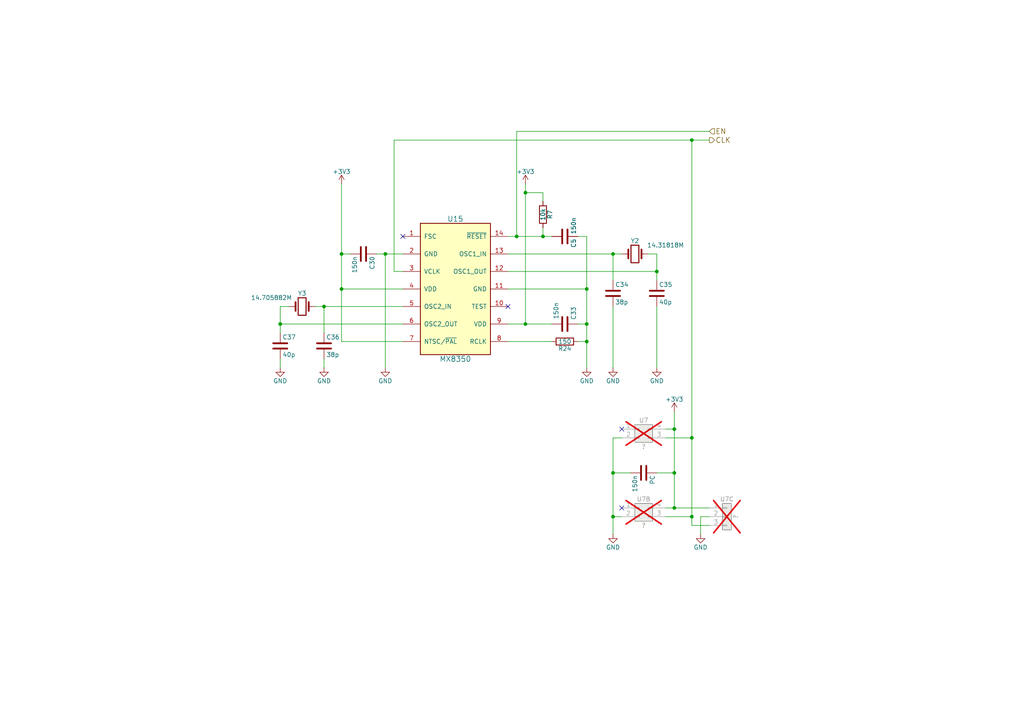
<source format=kicad_sch>
(kicad_sch (version 20231120) (generator "eeschema") (generator_version "8.0")
  (paper "A4")
  (title_block (title "Wide-Boy64 AGB") (date "2024-09-22") (rev "3") (company "CC-BY-SA-4.0 Michael Singer") (comment 1 "https://github.com/msinger/wideboy/") (comment 2 "http://iceboy.a-singer.de/"))
  (lib_symbols
    (symbol "Connector_Generic:Conn_01x03" (pin_names (offset 1.016) hide)
      (property "Reference" "J" (at 0 5.08 0))
      (property "Value" "Conn_01x03" (at 0 -5.08 0))
      (symbol "Conn_01x03_1_1"
        (rectangle (start -1.27 -2.413) (end 0 -2.667) (stroke (width 0.1524)))
        (rectangle (start -1.27 0.127) (end 0 -0.127) (stroke (width 0.1524)))
        (rectangle (start -1.27 2.667) (end 0 2.413) (stroke (width 0.1524)))
        (rectangle (start -1.27 3.81) (end 1.27 -3.81) (stroke (width 0.254)) (fill (type background)))
        (pin passive line (at -5.08 2.54 0) (length 3.81) (name "Pin_1") (number "1"))
        (pin passive line (at -5.08 0 0) (length 3.81) (name "Pin_2") (number "2"))
        (pin passive line (at -5.08 -2.54 0) (length 3.81) (name "Pin_3") (number "3"))
      )
    )
    (symbol "Connector_Generic:Conn_02x02_Counter_Clockwise" (pin_names (offset 1.016) hide)
      (property "Reference" "J" (at 1.27 2.54 0))
      (property "Value" "Conn_02x02_Counter_Clockwise" (at 1.27 -5.08 0))
      (symbol "Conn_02x02_Counter_Clockwise_1_1"
        (rectangle (start -1.27 -2.413) (end 0 -2.667) (stroke (width 0.1524)))
        (rectangle (start -1.27 0.127) (end 0 -0.127) (stroke (width 0.1524)))
        (rectangle (start -1.27 1.27) (end 3.81 -3.81) (stroke (width 0.254)) (fill (type background)))
        (rectangle (start 3.81 -2.413) (end 2.54 -2.667) (stroke (width 0.1524)))
        (rectangle (start 3.81 0.127) (end 2.54 -0.127) (stroke (width 0.1524)))
        (pin passive line (at -5.08 0 0) (length 3.81) (name "Pin_1") (number "1"))
        (pin passive line (at -5.08 -2.54 0) (length 3.81) (name "Pin_2") (number "2"))
        (pin passive line (at 7.62 -2.54 180) (length 3.81) (name "Pin_3") (number "3"))
        (pin passive line (at 7.62 0 180) (length 3.81) (name "Pin_4") (number "4"))
      )
    )
    (symbol "Device:C" (pin_numbers hide) (pin_names (offset 0.254))
      (property "Reference" "C" (at 0.635 2.54 0))
      (property "Value" "C" (at 0.635 -2.54 0))
      (symbol "C_0_1"
        (polyline (pts (xy -2.032 -0.762) (xy 2.032 -0.762)) (stroke (width 0.508)))
        (polyline (pts (xy -2.032 0.762) (xy 2.032 0.762)) (stroke (width 0.508)))
      )
      (symbol "C_1_1"
        (pin passive line (at 0 3.81 270) (length 2.794) (name "~") (number "1"))
        (pin passive line (at 0 -3.81 90) (length 2.794) (name "~") (number "2"))
      )
    )
    (symbol "Device:Crystal" (pin_numbers hide) (pin_names (offset 1.016) hide)
      (property "Reference" "Y" (at 0 3.81 0))
      (property "Value" "Crystal" (at 0 -3.81 0))
      (symbol "Crystal_0_1"
        (rectangle (start -1.143 2.54) (end 1.143 -2.54) (stroke (width 0.3048)))
        (polyline (pts (xy -2.54 0) (xy -1.905 0)))
        (polyline (pts (xy -1.905 -1.27) (xy -1.905 1.27)) (stroke (width 0.508)))
        (polyline (pts (xy 1.905 -1.27) (xy 1.905 1.27)) (stroke (width 0.508)))
        (polyline (pts (xy 2.54 0) (xy 1.905 0)))
      )
      (symbol "Crystal_1_1"
        (pin passive line (at -3.81 0 0) (length 1.27) (name "1") (number "1"))
        (pin passive line (at 3.81 0 180) (length 1.27) (name "2") (number "2"))
      )
    )
    (symbol "Device:R" (pin_numbers hide) (pin_names (offset 0))
      (property "Reference" "R" (at 2.032 0 90))
      (property "Value" "R" (at 0 0 90))
      (symbol "R_0_1"
        (rectangle (start -1.016 -2.54) (end 1.016 2.54) (stroke (width 0.254)))
      )
      (symbol "R_1_1"
        (pin passive line (at 0 3.81 270) (length 1.27) (name "~") (number "1"))
        (pin passive line (at 0 -3.81 90) (length 1.27) (name "~") (number "2"))
      )
    )
    (symbol "Oscillator_MX8350:MX8350" (pin_names (offset 1.016))
      (property "Reference" "U" (at 0 20.32 0))
      (property "Value" "MX8350" (at 0 -20.32 0))
      (symbol "MX8350_1_1"
        (rectangle (start -10.16 19.05) (end 10.16 -19.05) (stroke (width 0.254)) (fill (type background)))
        (pin output line (at -15.24 15.24 0) (length 5.08) (name "FSC") (number "1"))
        (pin output line (at 15.24 -5.08 180) (length 5.08) (name "TEST") (number "10"))
        (pin power_in line (at 15.24 0 180) (length 5.08) (name "GND") (number "11"))
        (pin output line (at 15.24 5.08 180) (length 5.08) (name "OSC1_OUT") (number "12"))
        (pin passive line (at 15.24 10.16 180) (length 5.08) (name "OSC1_IN") (number "13"))
        (pin input line (at 15.24 15.24 180) (length 5.08) (name "~{RESET}") (number "14"))
        (pin power_in line (at -15.24 10.16 0) (length 5.08) (name "GND") (number "2"))
        (pin output line (at -15.24 5.08 0) (length 5.08) (name "VCLK") (number "3"))
        (pin power_in line (at -15.24 0 0) (length 5.08) (name "VDD") (number "4"))
        (pin passive line (at -15.24 -5.08 0) (length 5.08) (name "OSC2_IN") (number "5"))
        (pin output line (at -15.24 -10.16 0) (length 5.08) (name "OSC2_OUT") (number "6"))
        (pin input line (at -15.24 -15.24 0) (length 5.08) (name "NTSC/~{PAL}") (number "7"))
        (pin output line (at 15.24 -15.24 180) (length 5.08) (name "RCLK") (number "8"))
        (pin power_in line (at 15.24 -10.16 180) (length 5.08) (name "VDD") (number "9"))
      )
    )
    (symbol "power:+3V3" (power) (pin_numbers hide) (pin_names (offset 0) hide)
      (property "Value" "+3V3" (at 0 3.556 0))
      (symbol "+3V3_0_1"
        (polyline (pts (xy -0.762 1.27) (xy 0 2.54)))
        (polyline (pts (xy 0 0) (xy 0 2.54)))
        (polyline (pts (xy 0 2.54) (xy 0.762 1.27)))
      )
      (symbol "+3V3_1_1"
        (pin power_in line (at 0 0 90) (length 0) (name "~") (number "1"))
      )
    )
    (symbol "power:GND" (power) (pin_numbers hide) (pin_names (offset 0) hide)
      (property "Value" "GND" (at 0 -3.81 0))
      (symbol "GND_0_1"
        (polyline (pts (xy 0 0) (xy 0 -1.27) (xy 1.27 -1.27) (xy 0 -2.54) (xy -1.27 -1.27) (xy 0 -1.27)))
      )
      (symbol "GND_1_1"
        (pin power_in line (at 0 0 270) (length 0) (name "~") (number "1"))
      )
    )
  )
  (junction (at 152.4 55.88))
  (junction (at 190.5 78.74))
  (junction (at 81.28 93.98))
  (junction (at 177.8 149.86))
  (junction (at 170.18 83.82))
  (junction (at 177.8 137.16))
  (junction (at 200.66 149.86))
  (junction (at 195.58 124.46))
  (junction (at 152.4 93.98))
  (junction (at 195.58 147.32))
  (junction (at 200.66 127))
  (junction (at 99.06 73.66))
  (junction (at 99.06 83.82))
  (junction (at 170.18 93.98))
  (junction (at 170.18 99.06))
  (junction (at 149.86 68.58))
  (junction (at 111.76 73.66))
  (junction (at 157.48 68.58))
  (junction (at 93.98 88.9))
  (junction (at 195.58 137.16))
  (junction (at 177.8 73.66))
  (junction (at 200.66 40.64))
  (no_connect (at 180.34 147.32))
  (no_connect (at 116.84 68.58))
  (no_connect (at 180.34 124.46))
  (no_connect (at 147.32 88.9))
  (wire (pts (xy 195.58 119.38) (xy 195.58 124.46)))
  (wire (pts (xy 167.64 93.98) (xy 170.18 93.98)))
  (wire (pts (xy 195.58 137.16) (xy 190.5 137.16)))
  (wire (pts (xy 195.58 124.46) (xy 195.58 137.16)))
  (wire (pts (xy 203.2 154.94) (xy 203.2 149.86)))
  (wire (pts (xy 116.84 78.74) (xy 114.3 78.74)))
  (wire (pts (xy 81.28 93.98) (xy 81.28 96.52)))
  (wire (pts (xy 83.82 88.9) (xy 81.28 88.9)))
  (wire (pts (xy 170.18 83.82) (xy 170.18 93.98)))
  (wire (pts (xy 157.48 55.88) (xy 152.4 55.88)))
  (wire (pts (xy 170.18 68.58) (xy 170.18 83.82)))
  (wire (pts (xy 147.32 68.58) (xy 149.86 68.58)))
  (wire (pts (xy 177.8 149.86) (xy 177.8 154.94)))
  (wire (pts (xy 170.18 99.06) (xy 170.18 106.68)))
  (wire (pts (xy 101.6 73.66) (xy 99.06 73.66)))
  (wire (pts (xy 157.48 58.42) (xy 157.48 55.88)))
  (wire (pts (xy 193.04 149.86) (xy 200.66 149.86)))
  (wire (pts (xy 170.18 93.98) (xy 170.18 99.06)))
  (wire (pts (xy 193.04 124.46) (xy 195.58 124.46)))
  (wire (pts (xy 114.3 40.64) (xy 200.66 40.64)))
  (wire (pts (xy 200.66 152.4) (xy 205.74 152.4)))
  (wire (pts (xy 91.44 88.9) (xy 93.98 88.9)))
  (wire (pts (xy 99.06 83.82) (xy 116.84 83.82)))
  (wire (pts (xy 109.22 73.66) (xy 111.76 73.66)))
  (wire (pts (xy 149.86 38.1) (xy 205.74 38.1)))
  (wire (pts (xy 111.76 106.68) (xy 111.76 73.66)))
  (wire (pts (xy 99.06 99.06) (xy 116.84 99.06)))
  (wire (pts (xy 177.8 73.66) (xy 177.8 81.28)))
  (wire (pts (xy 203.2 149.86) (xy 205.74 149.86)))
  (wire (pts (xy 99.06 83.82) (xy 99.06 99.06)))
  (wire (pts (xy 177.8 127) (xy 177.8 137.16)))
  (wire (pts (xy 190.5 78.74) (xy 190.5 81.28)))
  (wire (pts (xy 93.98 104.14) (xy 93.98 106.68)))
  (wire (pts (xy 157.48 68.58) (xy 160.02 68.58)))
  (wire (pts (xy 177.8 137.16) (xy 177.8 149.86)))
  (wire (pts (xy 81.28 88.9) (xy 81.28 93.98)))
  (wire (pts (xy 177.8 137.16) (xy 182.88 137.16)))
  (wire (pts (xy 99.06 73.66) (xy 99.06 83.82)))
  (wire (pts (xy 152.4 93.98) (xy 160.02 93.98)))
  (wire (pts (xy 177.8 88.9) (xy 177.8 106.68)))
  (wire (pts (xy 195.58 137.16) (xy 195.58 147.32)))
  (wire (pts (xy 200.66 40.64) (xy 200.66 127)))
  (wire (pts (xy 177.8 73.66) (xy 180.34 73.66)))
  (wire (pts (xy 147.32 73.66) (xy 177.8 73.66)))
  (wire (pts (xy 195.58 147.32) (xy 205.74 147.32)))
  (wire (pts (xy 200.66 149.86) (xy 200.66 152.4)))
  (wire (pts (xy 81.28 106.68) (xy 81.28 104.14)))
  (wire (pts (xy 114.3 78.74) (xy 114.3 40.64)))
  (wire (pts (xy 187.96 73.66) (xy 190.5 73.66)))
  (wire (pts (xy 180.34 127) (xy 177.8 127)))
  (wire (pts (xy 99.06 53.34) (xy 99.06 73.66)))
  (wire (pts (xy 93.98 96.52) (xy 93.98 88.9)))
  (wire (pts (xy 147.32 83.82) (xy 170.18 83.82)))
  (wire (pts (xy 147.32 93.98) (xy 152.4 93.98)))
  (wire (pts (xy 200.66 40.64) (xy 205.74 40.64)))
  (wire (pts (xy 111.76 73.66) (xy 116.84 73.66)))
  (wire (pts (xy 190.5 73.66) (xy 190.5 78.74)))
  (wire (pts (xy 190.5 106.68) (xy 190.5 88.9)))
  (wire (pts (xy 149.86 68.58) (xy 157.48 68.58)))
  (wire (pts (xy 149.86 38.1) (xy 149.86 68.58)))
  (wire (pts (xy 200.66 127) (xy 193.04 127)))
  (wire (pts (xy 157.48 68.58) (xy 157.48 66.04)))
  (wire (pts (xy 167.64 68.58) (xy 170.18 68.58)))
  (wire (pts (xy 147.32 99.06) (xy 160.02 99.06)))
  (wire (pts (xy 167.64 99.06) (xy 170.18 99.06)))
  (wire (pts (xy 116.84 93.98) (xy 81.28 93.98)))
  (wire (pts (xy 147.32 78.74) (xy 190.5 78.74)))
  (wire (pts (xy 93.98 88.9) (xy 116.84 88.9)))
  (wire (pts (xy 193.04 147.32) (xy 195.58 147.32)))
  (wire (pts (xy 152.4 55.88) (xy 152.4 93.98)))
  (wire (pts (xy 152.4 53.34) (xy 152.4 55.88)))
  (wire (pts (xy 200.66 127) (xy 200.66 149.86)))
  (wire (pts (xy 177.8 149.86) (xy 180.34 149.86)))
  (hierarchical_label "EN" (shape input) (at 205.74 38.1 0) (effects (font (size 1.524 1.524))))
  (hierarchical_label "CLK" (shape output) (at 205.74 40.64 0) (effects (font (size 1.524 1.524))))
  (symbol (lib_id "Oscillator_MX8350:MX8350") (at 132.08 83.82 0) (unit 1)
    (property "Reference" "U15" (at 132.08 63.5 0) (effects (font (size 1.524 1.524))))
    (property "Value" "MX8350" (at 132.08 104.14 0) (effects (font (size 1.524 1.524))))
    (property "Datasheet" "https://www.datasheets360.com/part/detail/mx8350/-7133688394404043430/" (effects (hide yes)))
    (property "Description" "2 in 1 Rambus clock generator" (effects (hide yes)))
  )
  (symbol (lib_id "power:+3V3") (at 99.06 53.34 0) (unit 1)
    (property "Reference" "#PWR019" (effects (hide yes)))
    (property "Value" "+3V3" (at 99.06 49.784 0))
    (property "Description" "Power symbol creates a global label with name \"+3V3\"" (effects (hide yes)))
  )
  (symbol (lib_id "Device:C") (at 105.41 73.66 270) (unit 1)
    (property "Reference" "C30" (at 107.95 74.295 0) (effects (justify left)))
    (property "Value" "150n" (at 102.87 74.295 0) (effects (justify left)))
    (property "Description" "Unpolarized capacitor" (effects (hide yes)))
  )
  (symbol (lib_id "Device:C") (at 93.98 100.33 0) (unit 1)
    (property "Reference" "C36" (at 94.615 97.79 0) (effects (justify left)))
    (property "Value" "38p" (at 94.615 102.87 0) (effects (justify left)))
    (property "Description" "Unpolarized capacitor" (effects (hide yes)))
  )
  (symbol (lib_id "Device:C") (at 81.28 100.33 0) (unit 1)
    (property "Reference" "C37" (at 81.915 97.79 0) (effects (justify left)))
    (property "Value" "40p" (at 81.915 102.87 0) (effects (justify left)))
    (property "Description" "Unpolarized capacitor" (effects (hide yes)))
  )
  (symbol (lib_id "Device:Crystal") (at 87.63 88.9 0) (unit 1)
    (property "Reference" "Y3" (at 87.63 85.09 0))
    (property "Value" "14.705882M" (at 78.74 86.36 0))
    (property "Description" "Two pin crystal" (effects (hide yes)))
  )
  (symbol (lib_id "power:GND") (at 81.28 106.68 0) (unit 1)
    (property "Reference" "#PWR020" (effects (hide yes)))
    (property "Value" "GND" (at 81.28 110.49 0))
    (property "Description" "Power symbol creates a global label with name \"GND\" , ground" (effects (hide yes)))
  )
  (symbol (lib_id "power:GND") (at 93.98 106.68 0) (unit 1)
    (property "Reference" "#PWR021" (effects (hide yes)))
    (property "Value" "GND" (at 93.98 110.49 0))
    (property "Description" "Power symbol creates a global label with name \"GND\" , ground" (effects (hide yes)))
  )
  (symbol (lib_id "power:GND") (at 111.76 106.68 0) (unit 1)
    (property "Reference" "#PWR022" (effects (hide yes)))
    (property "Value" "GND" (at 111.76 110.49 0))
    (property "Description" "Power symbol creates a global label with name \"GND\" , ground" (effects (hide yes)))
  )
  (symbol (lib_id "Device:Crystal") (at 184.15 73.66 0) (unit 1)
    (property "Reference" "Y2" (at 184.15 69.85 0))
    (property "Value" "14.31818M" (at 193.04 71.12 0))
    (property "Description" "Two pin crystal" (effects (hide yes)))
  )
  (symbol (lib_id "Device:C") (at 190.5 85.09 0) (unit 1)
    (property "Reference" "C35" (at 191.135 82.55 0) (effects (justify left)))
    (property "Value" "40p" (at 191.135 87.63 0) (effects (justify left)))
    (property "Description" "Unpolarized capacitor" (effects (hide yes)))
  )
  (symbol (lib_id "Device:C") (at 177.8 85.09 0) (unit 1)
    (property "Reference" "C34" (at 178.435 82.55 0) (effects (justify left)))
    (property "Value" "38p" (at 178.435 87.63 0) (effects (justify left)))
    (property "Description" "Unpolarized capacitor" (effects (hide yes)))
  )
  (symbol (lib_id "Device:R") (at 157.48 62.23 0) (unit 1)
    (property "Reference" "R7" (at 159.512 62.23 90))
    (property "Value" "10k" (at 157.48 62.23 90))
    (property "Description" "Resistor" (effects (hide yes)))
  )
  (symbol (lib_id "power:+3V3") (at 152.4 53.34 0) (unit 1)
    (property "Reference" "#PWR023" (effects (hide yes)))
    (property "Value" "+3V3" (at 152.4 49.784 0))
    (property "Description" "Power symbol creates a global label with name \"+3V3\"" (effects (hide yes)))
  )
  (symbol (lib_id "Device:C") (at 163.83 68.58 270) (unit 1)
    (property "Reference" "C5" (at 166.37 69.215 0) (effects (justify left)))
    (property "Value" "150n" (at 166.37 62.992 0) (effects (justify left)))
    (property "Description" "Unpolarized capacitor" (effects (hide yes)))
  )
  (symbol (lib_id "power:GND") (at 170.18 106.68 0) (unit 1)
    (property "Reference" "#PWR024" (effects (hide yes)))
    (property "Value" "GND" (at 170.18 110.49 0))
    (property "Description" "Power symbol creates a global label with name \"GND\" , ground" (effects (hide yes)))
  )
  (symbol (lib_id "power:GND") (at 177.8 106.68 0) (unit 1)
    (property "Reference" "#PWR025" (effects (hide yes)))
    (property "Value" "GND" (at 177.8 110.49 0))
    (property "Description" "Power symbol creates a global label with name \"GND\" , ground" (effects (hide yes)))
  )
  (symbol (lib_id "power:GND") (at 190.5 106.68 0) (unit 1)
    (property "Reference" "#PWR026" (effects (hide yes)))
    (property "Value" "GND" (at 190.5 110.49 0))
    (property "Description" "Power symbol creates a global label with name \"GND\" , ground" (effects (hide yes)))
  )
  (symbol (lib_id "Device:C") (at 163.83 93.98 270) (unit 1)
    (property "Reference" "C33" (at 166.37 88.9 0) (effects (justify left)))
    (property "Value" "150n" (at 161.29 87.63 0) (effects (justify left)))
    (property "Description" "Unpolarized capacitor" (effects (hide yes)))
  )
  (symbol (lib_id "Device:R") (at 163.83 99.06 270) (unit 1)
    (property "Reference" "R24" (at 163.83 101.092 90))
    (property "Value" "150" (at 163.83 99.06 90))
    (property "Description" "Resistor" (effects (hide yes)))
  )
  (symbol (lib_id "Connector_Generic:Conn_02x02_Counter_Clockwise") (at 185.42 124.46 0) (unit 1) (dnp yes)
    (property "Reference" "U7" (at 186.69 121.92 0))
    (property "Value" "?" (at 186.69 129.54 0))
    (property "Description" "Generic connector, double row, 02x02, counter clockwise pin numbering scheme (similar to DIP package numbering), script generated (kicad-library-utils/schlib/autogen/connector/)" (effects (hide yes)))
  )
  (symbol (lib_id "Connector_Generic:Conn_02x02_Counter_Clockwise") (at 185.42 147.32 0) (unit 1) (dnp yes)
    (property "Reference" "U7B" (at 186.69 144.78 0))
    (property "Value" "?" (at 186.69 152.4 0))
    (property "Description" "Generic connector, double row, 02x02, counter clockwise pin numbering scheme (similar to DIP package numbering), script generated (kicad-library-utils/schlib/autogen/connector/)" (effects (hide yes)))
  )
  (symbol (lib_id "Connector_Generic:Conn_01x03") (at 210.82 149.86 0) (unit 1) (dnp yes)
    (property "Reference" "U7C" (at 210.82 144.78 0))
    (property "Value" "?" (at 213.36 149.86 90))
    (property "Description" "Generic connector, single row, 01x03, script generated (kicad-library-utils/schlib/autogen/connector/)" (effects (hide yes)))
  )
  (symbol (lib_id "power:+3V3") (at 195.58 119.38 0) (unit 1)
    (property "Reference" "#PWR027" (effects (hide yes)))
    (property "Value" "+3V3" (at 195.58 115.824 0))
    (property "Description" "Power symbol creates a global label with name \"+3V3\"" (effects (hide yes)))
  )
  (symbol (lib_id "Device:C") (at 186.69 137.16 270) (unit 1)
    (property "Reference" "PC" (at 189.23 137.795 0) (effects (justify left)))
    (property "Value" "150n" (at 184.15 137.795 0) (effects (justify left)))
    (property "Description" "Unpolarized capacitor" (effects (hide yes)))
  )
  (symbol (lib_id "power:GND") (at 177.8 154.94 0) (unit 1)
    (property "Reference" "#PWR028" (effects (hide yes)))
    (property "Value" "GND" (at 177.8 158.75 0))
    (property "Description" "Power symbol creates a global label with name \"GND\" , ground" (effects (hide yes)))
  )
  (symbol (lib_id "power:GND") (at 203.2 154.94 0) (unit 1)
    (property "Reference" "#PWR029" (effects (hide yes)))
    (property "Value" "GND" (at 203.2 158.75 0))
    (property "Description" "Power symbol creates a global label with name \"GND\" , ground" (effects (hide yes)))
  )
)
</source>
